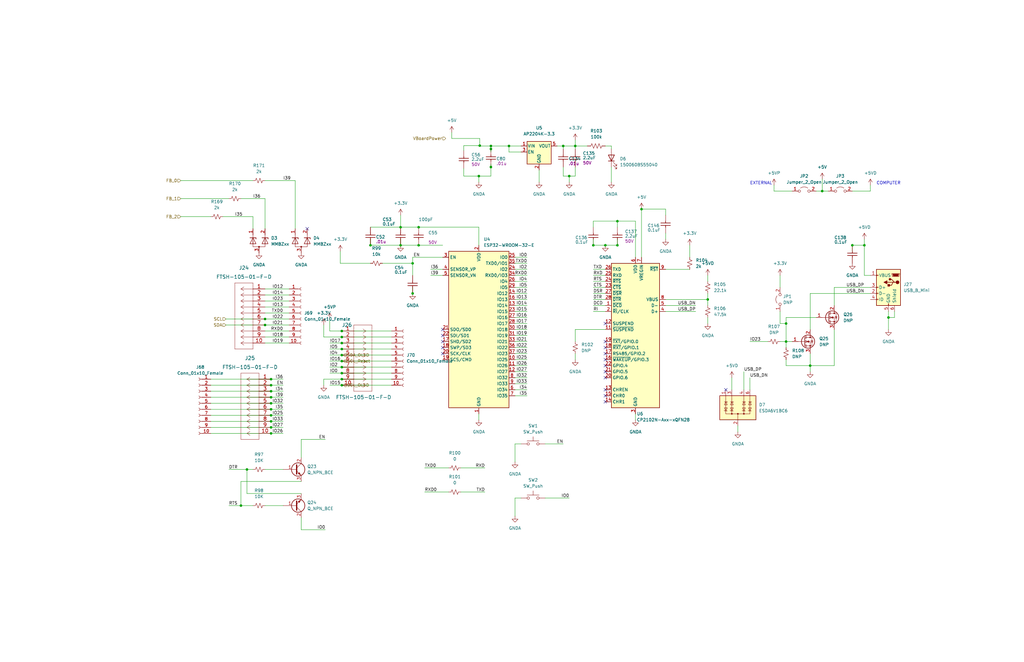
<source format=kicad_sch>
(kicad_sch (version 20230121) (generator eeschema)
  (paper "B")
  (title_block (title "SN-952-A, Charge & Discharge Control") (date "2023-06-28") (rev "PA"))
  (junction (at 240.03 74.295))
  (junction (at 114.3 160.02))
  (junction (at 207.01 61.595))
  (junction (at 144.145 139.7))
  (junction (at 111.76 134.62))
  (junction (at 114.3 172.72))
  (junction (at 114.3 167.64))
  (junction (at 201.93 74.295))
  (junction (at 359.41 103.505))
  (junction (at 104.14 198.12))
  (junction (at 156.21 103.505))
  (junction (at 111.76 137.16))
  (junction (at 168.91 95.885))
  (junction (at 114.3 170.18))
  (junction (at 114.3 165.1))
  (junction (at 144.145 149.86))
  (junction (at 214.63 61.595))
  (junction (at 364.49 103.505))
  (junction (at 144.145 144.78))
  (junction (at 298.45 126.365))
  (junction (at 207.01 70.485))
  (junction (at 374.65 133.985))
  (junction (at 144.145 152.4))
  (junction (at 237.49 61.595))
  (junction (at 114.3 182.88))
  (junction (at 173.99 123.825))
  (junction (at 242.57 61.595))
  (junction (at 173.99 111.125))
  (junction (at 260.35 93.345))
  (junction (at 341.63 154.305))
  (junction (at 207.01 62.865))
  (junction (at 270.51 88.265))
  (junction (at 250.19 103.505))
  (junction (at 346.71 80.645))
  (junction (at 114.3 180.34))
  (junction (at 202.3005 61.4488))
  (junction (at 114.3 162.56))
  (junction (at 144.145 147.32))
  (junction (at 176.53 95.885))
  (junction (at 101.6 213.36))
  (junction (at 331.47 136.525))
  (junction (at 144.145 142.24))
  (junction (at 114.3 177.8))
  (junction (at 144.145 162.56))
  (junction (at 260.35 103.505))
  (junction (at 176.53 103.505))
  (junction (at 144.145 160.02))
  (junction (at 144.145 157.48))
  (junction (at 331.47 144.145))
  (junction (at 255.27 103.505))
  (junction (at 144.145 154.94))
  (junction (at 114.3 175.26))
  (junction (at 168.91 103.505))
  (no_connect (at 255.27 151.765))
  (no_connect (at 255.27 156.845))
  (no_connect (at 186.69 141.605))
  (no_connect (at 255.27 167.005))
  (no_connect (at 186.69 146.685))
  (no_connect (at 255.27 164.465))
  (no_connect (at 186.69 144.145))
  (no_connect (at 255.27 136.525))
  (no_connect (at 255.27 144.145))
  (no_connect (at 186.69 139.065))
  (no_connect (at 306.07 164.465))
  (no_connect (at 129.54 96.52))
  (no_connect (at 186.69 149.225))
  (no_connect (at 255.27 159.385))
  (no_connect (at 255.27 146.685))
  (no_connect (at 255.27 149.225))
  (no_connect (at 255.27 154.305))
  (no_connect (at 255.27 169.545))
  (wire (pts (xy 311.15 179.705) (xy 311.15 182.245)))
  (wire (pts (xy 237.49 61.595) (xy 237.49 62.865)))
  (wire (pts (xy 326.39 78.105) (xy 326.39 80.645)))
  (wire (pts (xy 93.98 91.44) (xy 106.68 91.44)))
  (wire (pts (xy 119.38 177.8) (xy 114.3 177.8)))
  (wire (pts (xy 217.17 128.905) (xy 222.25 128.905)))
  (wire (pts (xy 255.27 103.505) (xy 260.35 103.505)))
  (wire (pts (xy 181.61 116.205) (xy 186.69 116.205)))
  (wire (pts (xy 179.07 197.485) (xy 189.23 197.485)))
  (wire (pts (xy 201.93 103.505) (xy 201.93 95.885)))
  (wire (pts (xy 270.51 108.585) (xy 270.51 88.265)))
  (wire (pts (xy 104.14 208.28) (xy 127 208.28)))
  (wire (pts (xy 88.9 160.02) (xy 114.3 160.02)))
  (wire (pts (xy 229.87 210.185) (xy 240.03 210.185)))
  (wire (pts (xy 88.9 167.64) (xy 114.3 167.64)))
  (wire (pts (xy 219.71 187.325) (xy 217.17 187.325)))
  (wire (pts (xy 165.1 149.86) (xy 144.145 149.86)))
  (wire (pts (xy 217.17 113.665) (xy 222.25 113.665)))
  (wire (pts (xy 217.17 131.445) (xy 222.25 131.445)))
  (wire (pts (xy 328.93 131.445) (xy 328.93 136.525)))
  (wire (pts (xy 111.76 134.62) (xy 121.92 134.62)))
  (wire (pts (xy 104.14 198.12) (xy 104.14 208.28)))
  (wire (pts (xy 364.49 103.505) (xy 364.49 116.205)))
  (wire (pts (xy 76.2 83.82) (xy 96.52 83.82)))
  (wire (pts (xy 217.17 126.365) (xy 222.25 126.365)))
  (wire (pts (xy 316.23 159.385) (xy 316.23 164.465)))
  (wire (pts (xy 331.47 136.525) (xy 331.47 144.145)))
  (wire (pts (xy 377.19 133.985) (xy 374.65 133.985)))
  (wire (pts (xy 101.6 203.2) (xy 101.6 213.36)))
  (wire (pts (xy 201.93 74.295) (xy 207.01 74.295)))
  (wire (pts (xy 351.79 154.305) (xy 341.63 154.305)))
  (wire (pts (xy 168.91 90.805) (xy 168.91 95.885)))
  (wire (pts (xy 111.76 137.16) (xy 121.92 137.16)))
  (wire (pts (xy 217.17 187.325) (xy 217.17 194.945)))
  (wire (pts (xy 127 185.42) (xy 127 193.04)))
  (wire (pts (xy 260.35 103.505) (xy 260.35 100.965)))
  (wire (pts (xy 186.69 108.585) (xy 173.99 108.585)))
  (wire (pts (xy 181.61 113.665) (xy 186.69 113.665)))
  (wire (pts (xy 217.17 141.605) (xy 222.25 141.605)))
  (wire (pts (xy 341.63 123.825) (xy 367.03 123.825)))
  (wire (pts (xy 119.38 170.18) (xy 114.3 170.18)))
  (wire (pts (xy 242.57 61.595) (xy 242.57 62.865)))
  (wire (pts (xy 176.53 103.505) (xy 186.69 103.505)))
  (wire (pts (xy 255.27 113.665) (xy 250.19 113.665)))
  (wire (pts (xy 179.07 207.645) (xy 189.23 207.645)))
  (wire (pts (xy 111.76 132.08) (xy 121.92 132.08)))
  (wire (pts (xy 334.01 80.645) (xy 326.39 80.645)))
  (wire (pts (xy 217.17 139.065) (xy 222.25 139.065)))
  (wire (pts (xy 222.25 154.305) (xy 217.17 154.305)))
  (wire (pts (xy 96.52 213.36) (xy 101.6 213.36)))
  (wire (pts (xy 237.49 70.485) (xy 237.49 74.295)))
  (wire (pts (xy 207.01 70.485) (xy 207.01 69.215)))
  (wire (pts (xy 176.53 95.885) (xy 201.93 95.885)))
  (wire (pts (xy 341.63 154.305) (xy 341.63 149.225)))
  (wire (pts (xy 195.58 71.12) (xy 195.58 74.295)))
  (wire (pts (xy 250.19 131.445) (xy 255.27 131.445)))
  (wire (pts (xy 255.27 128.905) (xy 250.19 128.905)))
  (wire (pts (xy 119.38 160.02) (xy 114.3 160.02)))
  (wire (pts (xy 351.79 121.285) (xy 351.79 128.905)))
  (wire (pts (xy 308.61 159.385) (xy 308.61 164.465)))
  (wire (pts (xy 139.065 147.32) (xy 144.145 147.32)))
  (wire (pts (xy 217.17 118.745) (xy 222.25 118.745)))
  (wire (pts (xy 201.93 76.835) (xy 201.93 74.295)))
  (wire (pts (xy 293.37 131.445) (xy 280.67 131.445)))
  (wire (pts (xy 346.71 75.565) (xy 346.71 80.645)))
  (wire (pts (xy 173.99 111.125) (xy 173.99 116.205)))
  (wire (pts (xy 207.01 74.295) (xy 207.01 70.485)))
  (wire (pts (xy 156.21 103.505) (xy 168.91 103.505)))
  (wire (pts (xy 156.21 100.965) (xy 156.21 103.505)))
  (wire (pts (xy 127 223.52) (xy 137.16 223.52)))
  (wire (pts (xy 119.38 180.34) (xy 114.3 180.34)))
  (wire (pts (xy 222.25 156.845) (xy 217.17 156.845)))
  (wire (pts (xy 165.1 160.02) (xy 144.145 160.02)))
  (wire (pts (xy 168.91 100.965) (xy 168.91 103.505)))
  (wire (pts (xy 267.97 93.345) (xy 267.97 108.585)))
  (wire (pts (xy 139.065 149.86) (xy 144.145 149.86)))
  (wire (pts (xy 95.25 134.62) (xy 111.76 134.62)))
  (wire (pts (xy 217.17 121.285) (xy 222.25 121.285)))
  (wire (pts (xy 111.76 83.82) (xy 111.76 96.52)))
  (wire (pts (xy 374.65 133.985) (xy 374.65 131.445)))
  (wire (pts (xy 219.71 210.185) (xy 217.17 210.185)))
  (wire (pts (xy 111.76 213.36) (xy 119.38 213.36)))
  (wire (pts (xy 202.3005 61.595) (xy 207.01 61.595)))
  (wire (pts (xy 101.6 213.36) (xy 106.68 213.36)))
  (wire (pts (xy 88.9 180.34) (xy 114.3 180.34)))
  (wire (pts (xy 237.49 74.295) (xy 240.03 74.295)))
  (wire (pts (xy 114.3 162.56) (xy 119.38 162.56)))
  (wire (pts (xy 111.76 127) (xy 121.92 127)))
  (wire (pts (xy 364.49 100.965) (xy 364.49 103.505)))
  (wire (pts (xy 136.525 162.56) (xy 136.525 160.02)))
  (wire (pts (xy 139.065 134.62) (xy 139.065 139.7)))
  (wire (pts (xy 222.25 161.925) (xy 217.17 161.925)))
  (wire (pts (xy 111.76 139.7) (xy 121.92 139.7)))
  (wire (pts (xy 139.065 144.78) (xy 144.145 144.78)))
  (wire (pts (xy 217.17 116.205) (xy 222.25 116.205)))
  (wire (pts (xy 173.99 121.285) (xy 173.99 123.825)))
  (wire (pts (xy 195.58 61.4488) (xy 202.3005 61.4488)))
  (wire (pts (xy 255.27 118.745) (xy 250.19 118.745)))
  (wire (pts (xy 88.9 175.26) (xy 114.3 175.26)))
  (wire (pts (xy 222.25 159.385) (xy 217.17 159.385)))
  (wire (pts (xy 88.9 162.56) (xy 114.3 162.56)))
  (wire (pts (xy 88.9 170.18) (xy 114.3 170.18)))
  (wire (pts (xy 217.17 146.685) (xy 222.25 146.685)))
  (wire (pts (xy 250.19 103.505) (xy 255.27 103.505)))
  (wire (pts (xy 201.93 177.165) (xy 201.93 174.625)))
  (wire (pts (xy 161.29 111.125) (xy 173.99 111.125)))
  (wire (pts (xy 207.01 62.865) (xy 207.01 61.595)))
  (wire (pts (xy 242.57 139.065) (xy 242.57 144.145)))
  (wire (pts (xy 190.5 55.88) (xy 190.5 58.42)))
  (wire (pts (xy 165.1 152.4) (xy 144.145 152.4)))
  (wire (pts (xy 217.17 136.525) (xy 222.25 136.525)))
  (wire (pts (xy 111.76 121.92) (xy 121.92 121.92)))
  (wire (pts (xy 270.51 88.265) (xy 280.67 88.265)))
  (wire (pts (xy 190.5 58.42) (xy 202.3005 58.42)))
  (wire (pts (xy 214.63 61.595) (xy 214.63 64.135)))
  (wire (pts (xy 194.31 197.485) (xy 204.47 197.485)))
  (wire (pts (xy 341.63 139.065) (xy 341.63 123.825)))
  (wire (pts (xy 139.065 139.7) (xy 144.145 139.7)))
  (wire (pts (xy 377.19 131.445) (xy 377.19 133.985)))
  (wire (pts (xy 101.6 83.82) (xy 111.76 83.82)))
  (wire (pts (xy 139.065 154.94) (xy 144.145 154.94)))
  (wire (pts (xy 165.1 157.48) (xy 144.145 157.48)))
  (wire (pts (xy 331.47 154.305) (xy 341.63 154.305)))
  (wire (pts (xy 298.45 126.365) (xy 280.67 126.365)))
  (wire (pts (xy 119.38 182.88) (xy 114.3 182.88)))
  (wire (pts (xy 280.67 90.805) (xy 280.67 88.265)))
  (wire (pts (xy 139.065 152.4) (xy 144.145 152.4)))
  (wire (pts (xy 255.27 139.065) (xy 242.57 139.065)))
  (wire (pts (xy 156.21 95.885) (xy 168.91 95.885)))
  (wire (pts (xy 217.17 133.985) (xy 222.25 133.985)))
  (wire (pts (xy 217.17 149.225) (xy 222.25 149.225)))
  (wire (pts (xy 227.33 76.835) (xy 227.33 71.755)))
  (wire (pts (xy 267.97 177.165) (xy 267.97 174.625)))
  (wire (pts (xy 240.03 74.295) (xy 242.57 74.295)))
  (wire (pts (xy 165.1 162.56) (xy 144.145 162.56)))
  (wire (pts (xy 111.76 142.24) (xy 121.92 142.24)))
  (wire (pts (xy 250.19 93.345) (xy 260.35 93.345)))
  (wire (pts (xy 328.93 136.525) (xy 331.47 136.525)))
  (wire (pts (xy 328.93 116.205) (xy 328.93 121.285)))
  (wire (pts (xy 88.9 165.1) (xy 114.3 165.1)))
  (wire (pts (xy 341.63 156.845) (xy 341.63 154.305)))
  (wire (pts (xy 195.58 74.295) (xy 201.93 74.295)))
  (wire (pts (xy 359.41 103.505) (xy 364.49 103.505)))
  (wire (pts (xy 346.71 80.645) (xy 349.25 80.645)))
  (wire (pts (xy 139.065 162.56) (xy 144.145 162.56)))
  (wire (pts (xy 255.27 61.595) (xy 257.81 61.595)))
  (wire (pts (xy 222.25 164.465) (xy 217.17 164.465)))
  (wire (pts (xy 127 185.42) (xy 137.16 185.42)))
  (wire (pts (xy 76.2 91.44) (xy 88.9 91.44)))
  (wire (pts (xy 229.87 187.325) (xy 237.49 187.325)))
  (wire (pts (xy 168.91 95.885) (xy 176.53 95.885)))
  (wire (pts (xy 367.03 78.105) (xy 367.03 80.645)))
  (wire (pts (xy 214.63 64.135) (xy 219.71 64.135)))
  (wire (pts (xy 217.17 111.125) (xy 222.25 111.125)))
  (wire (pts (xy 280.67 113.665) (xy 290.83 113.665)))
  (wire (pts (xy 217.17 123.825) (xy 222.25 123.825)))
  (wire (pts (xy 136.525 142.24) (xy 144.145 142.24)))
  (wire (pts (xy 351.79 139.065) (xy 351.79 154.305)))
  (wire (pts (xy 234.95 61.595) (xy 237.49 61.595)))
  (wire (pts (xy 255.27 121.285) (xy 250.19 121.285)))
  (wire (pts (xy 298.45 123.825) (xy 298.45 126.365)))
  (wire (pts (xy 114.3 175.26) (xy 119.38 175.26)))
  (wire (pts (xy 165.1 147.32) (xy 144.145 147.32)))
  (wire (pts (xy 280.67 98.425) (xy 280.67 100.965)))
  (wire (pts (xy 331.47 144.145) (xy 334.01 144.145)))
  (wire (pts (xy 316.23 144.145) (xy 323.85 144.145)))
  (wire (pts (xy 255.27 126.365) (xy 250.19 126.365)))
  (wire (pts (xy 219.71 61.595) (xy 214.63 61.595)))
  (wire (pts (xy 165.1 142.24) (xy 144.145 142.24)))
  (wire (pts (xy 217.17 144.145) (xy 222.25 144.145)))
  (wire (pts (xy 119.38 172.72) (xy 114.3 172.72)))
  (wire (pts (xy 127 203.2) (xy 101.6 203.2)))
  (wire (pts (xy 257.81 76.835) (xy 257.81 70.485)))
  (wire (pts (xy 367.03 121.285) (xy 351.79 121.285)))
  (wire (pts (xy 242.57 59.055) (xy 242.57 61.595)))
  (wire (pts (xy 127 218.44) (xy 127 223.52)))
  (wire (pts (xy 76.2 76.2) (xy 106.68 76.2)))
  (wire (pts (xy 88.9 182.88) (xy 114.3 182.88)))
  (wire (pts (xy 95.25 137.16) (xy 111.76 137.16)))
  (wire (pts (xy 374.65 139.065) (xy 374.65 133.985)))
  (wire (pts (xy 195.58 63.5) (xy 195.58 61.4488)))
  (wire (pts (xy 111.76 124.46) (xy 121.92 124.46)))
  (wire (pts (xy 313.69 156.845) (xy 313.69 164.465)))
  (wire (pts (xy 359.41 106.045) (xy 359.41 103.505)))
  (wire (pts (xy 111.76 76.2) (xy 124.46 76.2)))
  (wire (pts (xy 202.3005 61.4488) (xy 202.3005 61.595)))
  (wire (pts (xy 104.14 198.12) (xy 106.68 198.12)))
  (wire (pts (xy 217.17 210.185) (xy 217.17 217.805)))
  (wire (pts (xy 298.45 136.525) (xy 298.45 133.985)))
  (wire (pts (xy 165.1 154.94) (xy 144.145 154.94)))
  (wire (pts (xy 331.47 151.765) (xy 331.47 154.305)))
  (wire (pts (xy 136.525 137.16) (xy 136.525 142.24)))
  (wire (pts (xy 331.47 133.985) (xy 331.47 136.525)))
  (wire (pts (xy 331.47 144.145) (xy 331.47 146.685)))
  (wire (pts (xy 111.76 198.12) (xy 119.38 198.12)))
  (wire (pts (xy 194.31 207.645) (xy 204.47 207.645)))
  (wire (pts (xy 217.17 108.585) (xy 222.25 108.585)))
  (wire (pts (xy 111.76 129.54) (xy 121.92 129.54)))
  (wire (pts (xy 139.065 157.48) (xy 144.145 157.48)))
  (wire (pts (xy 260.35 95.885) (xy 260.35 93.345)))
  (wire (pts (xy 237.49 61.595) (xy 242.57 61.595)))
  (wire (pts (xy 290.83 103.505) (xy 290.83 108.585)))
  (wire (pts (xy 255.27 123.825) (xy 250.19 123.825)))
  (wire (pts (xy 143.51 106.045) (xy 143.51 111.125)))
  (wire (pts (xy 298.45 116.205) (xy 298.45 118.745)))
  (wire (pts (xy 124.46 76.2) (xy 124.46 96.52)))
  (wire (pts (xy 257.81 61.595) (xy 257.81 62.865)))
  (wire (pts (xy 119.38 165.1) (xy 114.3 165.1)))
  (wire (pts (xy 359.41 80.645) (xy 367.03 80.645)))
  (wire (pts (xy 119.38 167.64) (xy 114.3 167.64)))
  (wire (pts (xy 88.9 177.8) (xy 114.3 177.8)))
  (wire (pts (xy 242.57 70.485) (xy 242.57 74.295)))
  (wire (pts (xy 242.57 61.595) (xy 247.65 61.595)))
  (wire (pts (xy 344.17 133.985) (xy 331.47 133.985)))
  (wire (pts (xy 328.93 144.145) (xy 331.47 144.145)))
  (wire (pts (xy 217.17 151.765) (xy 222.25 151.765)))
  (wire (pts (xy 88.9 172.72) (xy 114.3 172.72)))
  (wire (pts (xy 136.525 160.02) (xy 144.145 160.02)))
  (wire (pts (xy 165.1 139.7) (xy 144.145 139.7)))
  (wire (pts (xy 242.57 151.765) (xy 242.57 149.225)))
  (wire (pts (xy 165.1 144.78) (xy 144.145 144.78)))
  (wire (pts (xy 168.91 103.505) (xy 176.53 103.505)))
  (wire (pts (xy 293.37 128.905) (xy 280.67 128.905)))
  (wire (pts (xy 222.25 167.005) (xy 217.17 167.005)))
  (wire (pts (xy 250.19 100.965) (xy 250.19 103.505)))
  (wire (pts (xy 106.68 91.44) (xy 106.68 96.52)))
  (wire (pts (xy 111.76 144.78) (xy 121.92 144.78)))
  (wire (pts (xy 260.35 93.345) (xy 267.97 93.345)))
  (wire (pts (xy 255.27 116.205) (xy 250.19 116.205)))
  (wire (pts (xy 207.01 64.135) (xy 207.01 62.865)))
  (wire (pts (xy 173.99 108.585) (xy 173.99 111.125)))
  (wire (pts (xy 344.17 80.645) (xy 346.71 80.645)))
  (wire (pts (xy 240.03 76.835) (xy 240.03 74.295)))
  (wire (pts (xy 202.3005 58.42) (xy 202.3005 61.4488)))
  (wire (pts (xy 367.03 116.205) (xy 364.49 116.205)))
  (wire (pts (xy 143.51 111.125) (xy 156.21 111.125)))
  (wire (pts (xy 250.19 95.885) (xy 250.19 93.345)))
  (wire (pts (xy 96.52 198.12) (xy 104.14 198.12)))
  (wire (pts (xy 298.45 128.905) (xy 298.45 126.365)))
  (wire (pts (xy 207.01 61.595) (xy 214.63 61.595)))
  (text "COMPUTER\n" (at 369.57 78.105 0) (effects (font (size 1.27 1.27)) (justify left bottom)))
  (text "EXTERNAL\n" (at 316.23 78.105 0) (effects (font (size 1.27 1.27)) (justify left bottom)))
  (label "DTR" (at 96.52 198.12 0))
  (label "RTS" (at 96.52 213.36 0))
  (label "DSR" (at 250.19 123.825 0))
  (label "TXD0" (at 119.38 132.08 180))
  (label "IO16" (at 139.065 152.4 0))
  (label "RXD0" (at 119.38 139.7 180))
  (label "IO23" (at 316.23 144.145 0))
  (label "TXD0" (at 222.25 111.125 180))
  (label "IO2" (at 222.25 113.665 180))
  (label "I39" (at 119.38 167.64 180))
  (label "EN" (at 174.3486 108.585 0))
  (label "I34" (at 222.25 164.465 180))
  (label "TXD0" (at 179.07 197.485 0))
  (label "IO25" (at 119.38 175.26 180))
  (label "I36" (at 181.61 113.665 0))
  (label "EN" (at 237.49 187.325 180))
  (label "IO23" (at 222.25 149.225 180))
  (label "IO27" (at 222.25 156.845 180))
  (label "USB_DP" (at 293.37 131.445 180))
  (label "TXD" (at 204.47 207.645 180))
  (label "IO15" (at 139.065 162.56 0))
  (label "IO17" (at 139.065 144.78 0))
  (label "IO13" (at 119.38 129.54 180))
  (label "DTR" (at 250.19 126.365 0))
  (label "IO5" (at 139.065 147.32 0))
  (label "RXD" (at 250.19 116.205 0))
  (label "IO0" (at 137.16 223.52 180))
  (label "IO4" (at 139.065 149.86 0))
  (label "EN" (at 137.16 185.42 180))
  (label "IO0" (at 139.065 157.48 0))
  (label "IO19" (at 119.38 144.78 180))
  (label "IO22" (at 119.38 134.62 180))
  (label "RXD0" (at 222.25 116.205 180))
  (label "IO0" (at 222.25 108.585 180))
  (label "IO19" (at 222.25 141.605 180))
  (label "TXD" (at 250.19 113.665 0))
  (label "IO18" (at 119.38 142.24 180))
  (label "IO2" (at 139.065 154.94 0))
  (label "EN" (at 119.38 162.56 180))
  (label "I34" (at 119.38 165.1 180))
  (label "IO14" (at 119.38 124.46 180))
  (label "I35" (at 99.06 91.44 0))
  (label "IO27" (at 119.38 180.34 180))
  (label "I36" (at 106.68 83.82 0))
  (label "IO5" (at 222.25 121.285 180))
  (label "IO12" (at 119.38 121.92 180))
  (label "IO23" (at 119.38 127 180))
  (label "RXD" (at 204.47 197.485 180))
  (label "RXD0" (at 179.07 207.645 0))
  (label "IO14" (at 222.25 128.905 180))
  (label "I35" (at 222.25 167.005 180))
  (label "IO25" (at 222.25 151.765 180))
  (label "CTS" (at 250.19 121.285 0))
  (label "IO33" (at 119.38 177.8 180))
  (label "IO32" (at 222.25 159.385 180))
  (label "USB_DP" (at 356.87 121.285 0))
  (label "IO33" (at 222.25 161.925 180))
  (label "IO12" (at 222.25 123.825 180))
  (label "IO13" (at 222.25 126.365 180))
  (label "IO26" (at 119.38 182.88 180))
  (label "USB_DN" (at 356.87 123.825 0))
  (label "I39" (at 119.38 76.2 0))
  (label "IO22" (at 222.25 146.685 180))
  (label "IO21" (at 119.38 137.16 180))
  (label "I36" (at 119.38 160.02 180))
  (label "IO26" (at 222.25 154.305 180))
  (label "USB_DN" (at 293.37 128.905 180))
  (label "IO16" (at 222.25 133.985 180))
  (label "IO17" (at 222.25 136.525 180))
  (label "IO4" (at 222.25 118.745 180))
  (label "IO15" (at 222.25 131.445 180))
  (label "RTS" (at 250.19 118.745 0))
  (label "IO0" (at 240.03 210.185 180))
  (label "IO32" (at 119.38 170.18 180))
  (label "IO21" (at 222.25 144.145 180))
  (label "IO18" (at 222.25 139.065 180))
  (label "USB_DP" (at 313.69 156.845 0))
  (label "DCD" (at 250.19 128.905 0))
  (label "I39" (at 181.61 116.205 0))
  (label "USB_DN" (at 316.23 159.385 0))
  (label "RI" (at 250.19 131.445 0))
  (label "I35" (at 119.38 172.72 180))
  (hierarchical_label "VBoardPower" (shape input) (at 187.96 58.42 180))
  (hierarchical_label "FB_2" (shape input) (at 76.2 91.44 180))
  (hierarchical_label "SCL_OLED" (shape input) (at 144.78 162.56 0))
  (hierarchical_label "SDA_OLED" (shape input) (at 144.78 149.86 0))
  (hierarchical_label "FB_0" (shape input) (at 76.2 76.2 180))
  (hierarchical_label "SCL" (shape input) (at 95.25 134.62 180))
  (hierarchical_label "FB_1" (shape input) (at 76.2 83.82 180))
  (hierarchical_label "SDA" (shape input) (at 95.25 137.16 180))
  (hierarchical_label "SCL_Reset" (shape input) (at 144.78 152.4 0))
  (symbol (lib_id "Device:R_Small_US") (at 326.39 144.145 270) (unit 1)
    (property "Reference" "R107" (at 326.39 137.795 90))
    (property "Value" "DNP" (at 326.39 140.335 90))
    (property "Footprint" "Resistor_SMD:R_0402_1005Metric" (effects hide))
    (property "MFG" "Yageo" (effects hide))
  )
  (symbol (lib_id "BCU_AltiumImport-altium-import:0_Cap") (at 195.58 63.5 0) (unit 1)
    (property "Reference" "C56" (at 198.755 66.04 0) (effects (justify left bottom)))
    (property "Value" "2.2uF" (at 198.755 67.945 0) (effects (justify left bottom)))
    (property "Footprint" "Capacitor_SMD:C_0603_1608Metric" (effects hide))
    (property "MANUFACTURER PARTNO" "C2012JB1H155M125AB" (effects hide))
    (property "DIELECTRIC" "JB" (effects hide))
    (property "CAPACITANCE" "1.5uF" (effects hide))
    (property "VOLTAGE" "50V" (at 198.755 70.104 0) (effects (justify left bottom)))
    (property "IDENTIFIER" "1.5uF 50V +/-20% 0805" (effects hide))
    (property "MANUFACTURER" "TDK" (effects hide))
    (property "TOLERANCE" "+/-20%" (effects hide))
    (property "MOUNTING TECHNOLOGY" "SMT" (effects hide))
    (property "MFG" "Murata Electronics" (effects hide))
    (property "Part Name" "GRM188R61H225ME11J" (effects hide))
  )
  (symbol (lib_id "Connector:USB_B_Mini") (at 374.65 121.285 0) (mirror y) (unit 1)
    (property "Reference" "J27" (at 381 120.0149 0) (effects (justify right)))
    (property "Value" "USB_B_Mini" (at 381 122.5549 0) (effects (justify right)))
    (property "Footprint" "Connector_USB:USB_Micro-B_Molex-105017-0001" (effects hide))
  )
  (symbol (lib_id "power:GNDA") (at 242.57 151.765 0) (unit 1)
    (property "Reference" "#PWR0189" (effects hide))
    (property "Value" "GNDA" (at 242.57 156.845 0))
  )
  (symbol (lib_id "BCU_AltiumImport-altium-import:0_Cap") (at 359.41 103.505 0) (unit 1)
    (property "Reference" "C138" (at 351.79 100.965 0) (effects (justify left bottom)))
    (property "Value" "0.1uF" (at 351.79 102.87 0) (effects (justify left bottom)))
    (property "Footprint" "Capacitor_SMD:C_0402_1005Metric" (effects hide))
    (property "MANUFACTURER" "TDK" (effects hide))
    (property "TOLERANCE" "+/-20%" (effects hide))
    (property "MOUNTING TECHNOLOGY" "SMT" (effects hide))
    (property "MFG" "Murata Electronics" (effects hide))
    (property "Part Name" "GRM155R61H104ME14J" (effects hide))
    (property "MFG 2" "Yageo" (effects hide))
    (property "Part Name 2" "CC0402KRX5R9BB104" (effects hide))
  )
  (symbol (lib_id "power:GNDA") (at 240.03 76.835 0) (unit 1)
    (property "Reference" "#PWR0187" (effects hide))
    (property "Value" "GNDA" (at 240.03 81.915 0))
  )
  (symbol (lib_id "power:+3.3V") (at 290.83 103.505 0) (unit 1)
    (property "Reference" "#PWR0193" (effects hide))
    (property "Value" "+3.3V" (at 290.83 98.425 0))
  )
  (symbol (lib_id "power:GNDA") (at 311.15 182.245 0) (unit 1)
    (property "Reference" "#PWR0197" (effects hide))
    (property "Value" "GNDA" (at 311.15 187.325 0))
  )
  (symbol (lib_id "power:+5V") (at 346.71 75.565 0) (unit 1)
    (property "Reference" "#PWR0201" (effects hide))
    (property "Value" "+5V" (at 346.71 70.485 0))
  )
  (symbol (lib_id "power:GNDA") (at 255.27 103.505 0) (unit 1)
    (property "Reference" "#PWR0190" (effects hide))
    (property "Value" "GNDA" (at 255.27 108.585 0))
  )
  (symbol (lib_id "Device:R_Small_US") (at 109.22 76.2 270) (unit 1)
    (property "Reference" "R171" (at 109.22 69.85 90))
    (property "Value" "2k" (at 109.22 72.39 90))
    (property "Footprint" "Resistor_SMD:R_0402_1005Metric" (effects hide))
    (property "MFG" "Yageo" (effects hide))
  )
  (symbol (lib_id "power:GNDA") (at 173.99 123.825 0) (unit 1)
    (property "Reference" "#PWR0180" (effects hide))
    (property "Value" "GNDA" (at 173.99 128.905 0))
  )
  (symbol (lib_id "power:GNDA") (at 280.67 100.965 0) (unit 1)
    (property "Reference" "#PWR0157" (effects hide))
    (property "Value" "GNDA" (at 280.67 106.045 0))
  )
  (symbol (lib_id "power:GNDA") (at 227.33 76.835 0) (unit 1)
    (property "Reference" "#PWR0186" (effects hide))
    (property "Value" "GNDA" (at 227.33 81.915 0))
  )
  (symbol (lib_id "Device:R_Small_US") (at 109.22 213.36 90) (unit 1)
    (property "Reference" "R98" (at 109.22 207.01 90))
    (property "Value" "10K" (at 109.22 209.55 90))
    (property "Footprint" "Resistor_SMD:R_0402_1005Metric" (effects hide))
    (property "MFG" "Yageo" (effects hide))
  )
  (symbol (lib_id "Device:Q_NMOS_GDS") (at 349.25 133.985 0) (unit 1)
    (property "Reference" "Q26" (at 355.6 132.7149 0) (effects (justify left)))
    (property "Value" "DNP" (at 355.6 135.2549 0) (effects (justify left)))
    (property "Footprint" "Package_DFN_QFN:SSM6K513NU_LF" (effects hide))
  )
  (symbol (lib_id "power:+3.3V") (at 136.525 137.16 0) (unit 1)
    (property "Reference" "#PWR0176" (effects hide))
    (property "Value" "+3.3V" (at 136.525 132.08 0))
  )
  (symbol (lib_id "Device:R_Small_US") (at 290.83 111.125 180) (unit 1)
    (property "Reference" "R104" (at 293.37 109.8549 0) (effects (justify right)))
    (property "Value" "2k" (at 293.37 112.3949 0) (effects (justify right)))
    (property "Footprint" "Resistor_SMD:R_0402_1005Metric" (effects hide))
    (property "MFG" "Yageo" (effects hide))
  )
  (symbol (lib_id "power:+5VD") (at 364.49 100.965 0) (unit 1)
    (property "Reference" "#PWR0203" (effects hide))
    (property "Value" "+5VD" (at 364.49 95.885 0))
  )
  (symbol (lib_id "power:+3.3V") (at 168.91 90.805 0) (unit 1)
    (property "Reference" "#PWR0178" (effects hide))
    (property "Value" "+3.3V" (at 168.91 85.725 0))
  )
  (symbol (lib_id "power:GNDA") (at 217.17 194.945 0) (unit 1)
    (property "Reference" "#PWR0184" (effects hide))
    (property "Value" "GNDA" (at 217.17 200.025 0))
  )
  (symbol (lib_id "Device:R_Small_US") (at 331.47 149.225 180) (unit 1)
    (property "Reference" "R108" (at 334.01 147.9549 0) (effects (justify right)))
    (property "Value" "DNP" (at 334.01 150.4949 0) (effects (justify right)))
    (property "Footprint" "Resistor_SMD:R_0402_1005Metric" (effects hide))
    (property "MFG" "Yageo" (effects hide))
  )
  (symbol (lib_id "power:GNDA") (at 298.45 136.525 0) (unit 1)
    (property "Reference" "#PWR0195" (effects hide))
    (property "Value" "GNDA" (at 298.45 141.605 0))
  )
  (symbol (lib_id "BCU_AltiumImport-altium-import:0_Cap") (at 207.01 62.865 0) (unit 1)
    (property "Reference" "C80" (at 209.296 67.691 0) (effects (justify left bottom)))
    (property "Value" "10n" (effects hide))
    (property "Footprint" "Capacitor_SMD:C_0402_1005Metric" (effects hide))
    (property "DIELECTRIC" "X7R" (effects hide))
    (property "CAPACITANCE" ".01u" (at 209.296 69.723 0) (effects (justify left bottom)))
    (property "IDENTIFIER" "1uF 100V +/-5% " (effects hide))
    (property "MFG" "Murata Electronics" (effects hide))
    (property "Part Name" "GCM155R71H103KA55D" (effects hide))
  )
  (symbol (lib_id "Device:R_Small_US") (at 91.44 91.44 270) (unit 1)
    (property "Reference" "R169" (at 91.44 85.09 90))
    (property "Value" "2k" (at 91.44 87.63 90))
    (property "Footprint" "Resistor_SMD:R_0402_1005Metric" (effects hide))
    (property "MFG" "Yageo" (effects hide))
  )
  (symbol (lib_id "Power_Protection:ESDA6V1BC6") (at 311.15 172.085 0) (unit 1)
    (property "Reference" "D7" (at 320.04 170.8149 0) (effects (justify left)))
    (property "Value" "ESDA6V1BC6" (at 320.04 173.3549 0) (effects (justify left)))
    (property "Footprint" "Package_TO_SOT_SMD:SOT-23-6" (effects hide))
    (property "Datasheet" "http://www.st.com/content/ccc/resource/technical/document/datasheet/21/07/21/e3/a8/df/42/a2/CD00001906.pdf/files/CD00001906.pdf/jcr:content/translations/en.CD00001906.pdf" (effects hide))
    (property "MFG" "STMicroelectronics" (effects hide))
    (property "Part Name" "ESDA6V1BC6" (effects hide))
  )
  (symbol (lib_id "BCU_AltiumImport-altium-import:0_Cap") (at 237.49 62.865 0) (unit 1)
    (property "Reference" "C134" (at 239.776 67.691 0) (effects (justify left bottom)))
    (property "Value" "10n" (effects hide))
    (property "Footprint" "Capacitor_SMD:C_0402_1005Metric" (effects hide))
    (property "DIELECTRIC" "X7R" (effects hide))
    (property "CAPACITANCE" ".01u" (at 239.776 69.723 0) (effects (justify left bottom)))
    (property "IDENTIFIER" "1uF 100V +/-5% " (effects hide))
    (property "MFG" "Murata Electronics" (effects hide))
    (property "Part Name" "GCM155R71H103KA55D" (effects hide))
  )
  (symbol (lib_id "Device:R_Small_US") (at 298.45 121.285 180) (unit 1)
    (property "Reference" "R105" (at 300.99 120.0149 0) (effects (justify right)))
    (property "Value" "22.1k" (at 300.99 122.5549 0) (effects (justify right)))
    (property "Footprint" "Resistor_SMD:R_0402_1005Metric" (effects hide))
    (property "MFG" "Yageo" (effects hide))
  )
  (symbol (lib_id "Device:R_Small_US") (at 158.75 111.125 90) (unit 1)
    (property "Reference" "R99" (at 158.75 104.775 90))
    (property "Value" "10k" (at 158.75 107.315 90))
    (property "Footprint" "Resistor_SMD:R_0402_1005Metric" (effects hide))
    (property "MFG" "Yageo" (effects hide))
  )
  (symbol (lib_id "power:+3.3V") (at 143.51 106.045 0) (unit 1)
    (property "Reference" "#PWR041" (effects hide))
    (property "Value" "+3.3V" (at 143.51 100.965 0))
  )
  (symbol (lib_id "power:GNDA") (at 359.41 111.125 0) (unit 1)
    (property "Reference" "#PWR0202" (effects hide))
    (property "Value" "GNDA" (at 359.41 116.205 0))
  )
  (symbol (lib_id "BCU_AltiumImport-altium-import:0_Cap") (at 242.57 62.865 0) (unit 1)
    (property "Reference" "C135" (at 245.745 65.405 0) (effects (justify left bottom)))
    (property "Value" "2.2uF" (at 245.745 67.31 0) (effects (justify left bottom)))
    (property "Footprint" "Capacitor_SMD:C_0603_1608Metric" (effects hide))
    (property "MANUFACTURER PARTNO" "C2012JB1H155M125AB" (effects hide))
    (property "DIELECTRIC" "JB" (effects hide))
    (property "CAPACITANCE" "1.5uF" (effects hide))
    (property "VOLTAGE" "50V" (at 245.745 69.469 0) (effects (justify left bottom)))
    (property "IDENTIFIER" "1.5uF 50V +/-20% 0805" (effects hide))
    (property "MANUFACTURER" "TDK" (effects hide))
    (property "TOLERANCE" "+/-20%" (effects hide))
    (property "MOUNTING TECHNOLOGY" "SMT" (effects hide))
    (property "MFG" "Murata Electronics" (effects hide))
    (property "Part Name" "GRM188R61H225ME11J" (effects hide))
  )
  (symbol (lib_id "power:+3.3V") (at 242.57 59.055 0) (unit 1)
    (property "Reference" "#PWR0188" (effects hide))
    (property "Value" "+3.3V" (at 242.57 53.975 0))
  )
  (symbol (lib_id "power:GNDA") (at 374.65 139.065 0) (unit 1)
    (property "Reference" "#PWR0205" (effects hide))
    (property "Value" "GNDA" (at 374.65 144.145 0))
  )
  (symbol (lib_id "RF_Module:ESP32-WROOM-32") (at 201.93 139.065 0) (unit 1)
    (property "Reference" "U4" (at 203.9494 100.965 0) (effects (justify left)))
    (property "Value" "ESP32-WROOM-32-E" (at 203.9494 103.505 0) (effects (justify left)))
    (property "Footprint" "RF_Module:ESP32-WROOM-32" (effects hide))
    (property "Datasheet" "https://www.espressif.com/sites/default/files/documentation/esp32-wroom-32_datasheet_en.pdf" (effects hide))
  )
  (symbol (lib_id "Device:R_Small_US") (at 191.77 197.485 90) (unit 1)
    (property "Reference" "R100" (at 191.77 191.135 90))
    (property "Value" "0" (at 191.77 193.675 90))
    (property "Footprint" "Resistor_SMD:R_0402_1005Metric" (effects hide))
    (property "MFG" "Yageo" (effects hide))
  )
  (symbol (lib_id "power:GNDA") (at 267.97 177.165 0) (unit 1)
    (property "Reference" "#PWR0192" (effects hide))
    (property "Value" "GNDA" (at 267.97 182.245 0))
  )
  (symbol (lib_id "Connector:Conn_01x10_Female") (at 170.18 149.86 0) (unit 1)
    (property "Reference" "J70" (at 171.45 149.8599 0) (effects (justify left)))
    (property "Value" "Conn_01x10_Female" (at 171.45 152.3999 0) (effects (justify left)))
    (property "Footprint" "Connector_Samtec:CLP-105-02-L-D" (effects hide))
    (property "MFG" "Samtec" (effects hide))
    (property "Part Name" "CLP-105-02-L-D" (effects hide))
  )
  (symbol (lib_id "BCU_AltiumImport-altium-import:0_Cap") (at 250.19 95.885 0) (unit 1)
    (property "Reference" "C136" (at 242.57 100.965 0) (effects (justify left bottom)))
    (property "Value" "0.1uF" (at 242.57 102.87 0) (effects (justify left bottom)))
    (property "Footprint" "Capacitor_SMD:C_0402_1005Metric" (effects hide))
    (property "MANUFACTURER" "TDK" (effects hide))
    (property "TOLERANCE" "+/-20%" (effects hide))
    (property "MOUNTING TECHNOLOGY" "SMT" (effects hide))
    (property "MFG" "Murata Electronics" (effects hide))
    (property "Part Name" "GRM155R61H104ME14J" (effects hide))
    (property "MFG 2" "Yageo" (effects hide))
    (property "Part Name 2" "CC0402KRX5R9BB104" (effects hide))
  )
  (symbol (lib_id "Device:R_Small_US") (at 191.77 207.645 90) (unit 1)
    (property "Reference" "R101" (at 191.77 201.1875 90))
    (property "Value" "0" (at 191.77 203.7275 90))
    (property "Footprint" "Resistor_SMD:R_0402_1005Metric" (effects hide))
    (property "MFG" "Yageo" (effects hide))
  )
  (symbol (lib_id "BCU_AltiumImport-altium-import:0_Cap") (at 168.91 95.885 0) (unit 1)
    (property "Reference" "C53" (at 161.29 93.345 0) (effects (justify left bottom)))
    (property "Value" "0.1uF" (at 161.29 95.25 0) (effects (justify left bottom)))
    (property "Footprint" "Capacitor_SMD:C_0402_1005Metric" (effects hide))
    (property "MANUFACTURER" "TDK" (effects hide))
    (property "TOLERANCE" "+/-20%" (effects hide))
    (property "MOUNTING TECHNOLOGY" "SMT" (effects hide))
    (property "MFG" "Murata Electronics" (effects hide))
    (property "Part Name" "GRM155R61H104ME14J" (effects hide))
    (property "MFG 2" "Yageo" (effects hide))
    (property "Part Name 2" "CC0402KRX5R9BB104" (effects hide))
  )
  (symbol (lib_id "power:GNDA") (at 201.93 177.165 0) (unit 1)
    (property "Reference" "#PWR0182" (effects hide))
    (property "Value" "GNDA" (at 201.93 182.245 0))
  )
  (symbol (lib_id "Device:R_US") (at 251.46 61.595 90) (unit 1)
    (property "Reference" "R103" (at 251.46 55.245 90))
    (property "Value" "100k" (at 251.46 57.785 90))
    (property "Footprint" "Resistor_SMD:R_0402_1005Metric" (effects hide))
    (property "Part Name" "RT0402DRE07100KL" (effects hide))
    (property "MFG" "Yageo" (effects hide))
  )
  (symbol (lib_id "power:+3.3V") (at 328.93 116.205 0) (unit 1)
    (property "Reference" "#PWR0199" (effects hide))
    (property "Value" "+3.3V" (at 328.93 111.125 0))
  )
  (symbol (lib_id "power:GNDA") (at 217.17 217.805 0) (unit 1)
    (property "Reference" "#PWR0185" (effects hide))
    (property "Value" "GNDA" (at 217.17 222.885 0))
  )
  (symbol (lib_id "Jumper:Jumper_2_Open") (at 354.33 80.645 0) (unit 1)
    (property "Reference" "JP3" (at 354.33 74.295 0))
    (property "Value" "Jumper_2_Open" (at 354.33 76.835 0))
    (property "Footprint" "Connector_PinHeader_2.54mm:PinHeader_1x02_P2.54mm_Vertical" (effects hide))
    (property "MFG" "TE" (effects hide))
    (property "Part Name" "9-146285-0-02" (effects hide))
  )
  (symbol (lib_id "Device:Q_NPN_BCE") (at 124.46 198.12 0) (unit 1)
    (property "Reference" "Q23" (at 129.54 196.8499 0) (effects (justify left)))
    (property "Value" "Q_NPN_BCE" (at 129.54 199.3899 0) (effects (justify left)))
    (property "Footprint" "Package_TO_SOT_SMD:SOT-23" (effects hide))
    (property "MFG" "Onsemi" (effects hide))
    (property "Part Name" "NSVBC848CLT1G" (effects hide))
  )
  (symbol (lib_id "Device:LED") (at 257.81 66.675 90) (unit 1)
    (property "Reference" "D6" (at 261.366 66.9924 90) (effects (justify right)))
    (property "Value" "150060BS55040" (at 261.366 69.5324 90) (effects (justify right)))
    (property "Footprint" "Resistor_SMD:R_0805_2012Metric" (effects hide))
    (property "Part Name" "150060BS55040" (effects hide))
    (property "MFG" "urth Elektronik" (effects hide))
  )
  (symbol (lib_id "power:GNDA") (at 341.63 156.845 0) (unit 1)
    (property "Reference" "#PWR0200" (effects hide))
    (property "Value" "GNDA" (at 341.63 161.925 0))
  )
  (symbol (lib_id "BCU_AltiumImport-altium-import:0_Cap") (at 176.53 95.885 0) (unit 1)
    (property "Reference" "C55" (at 180.594 98.933 0) (effects (justify left bottom)))
    (property "Value" "100pF" (at 176.53 93.345 0) (effects (justify left bottom)))
    (property "Footprint" "Capacitor_SMD:C_0402_1005Metric" (effects hide))
    (property "CAPACITANCE" "220pF" (effects hide))
    (property "VOLTAGE" "50V" (at 180.594 102.997 0) (effects (justify left bottom)))
    (property "IDENTIFIER" "220pF 50V +/-5% 0603 COG" (effects hide))
    (property "MOUNTING TECHNOLOGY" "SMT" (effects hide))
    (property "ROHS" "YES" (effects hide))
    (property "MFG" "Murata Electronics" (effects hide))
    (property "Part Name" "GRT1555C1H101JA02D" (effects hide))
  )
  (symbol (lib_id "Connector:FTSH-105-01-F-D") (at 144.145 139.7 0) (unit 1)
    (property "Reference" "J26" (at 144.145 137.16 0) (effects (font (size 1.524 1.524)) (justify left)))
    (property "Value" "FTSH-105-01-F-D" (at 141.605 167.64 0) (effects (font (size 1.524 1.524)) (justify left)))
    (property "Footprint" "Connector_Samtec:FTSH-105-01-F-D" (effects hide))
  )
  (symbol (lib_id "Switch:SW_Push") (at 224.79 187.325 0) (unit 1)
    (property "Reference" "SW1" (at 224.79 179.705 0))
    (property "Value" "SW_Push" (at 224.79 182.245 0))
    (property "Footprint" "Button_Switch_SMD:SW_Push_1P1T_NO_Vertical_Wuerth_434133025816" (effects hide))
    (property "MFG" "Wuerth" (effects hide))
    (property "Part Name" "434133025816" (effects hide))
  )
  (symbol (lib_id "Connector:FTSH-105-01-F-D") (at 111.76 121.92 0) (mirror y) (unit 1)
    (property "Reference" "J24" (at 102.87 113.03 0) (effects (font (size 1.524 1.524))))
    (property "Value" "FTSH-105-01-F-D" (at 102.87 116.84 0) (effects (font (size 1.524 1.524))))
    (property "Footprint" "Connector_Samtec:FTSH-105-01-F-D" (effects hide))
  )
  (symbol (lib_id "power:+5V") (at 190.5 55.88 0) (unit 1)
    (property "Reference" "#PWR0326" (effects hide))
    (property "Value" "+5V" (at 190.5 50.8 0))
  )
  (symbol (lib_id "Jumper:Jumper_2_Open") (at 339.09 80.645 0) (unit 1)
    (property "Reference" "JP2" (at 339.09 74.295 0))
    (property "Value" "Jumper_2_Open" (at 339.09 76.835 0))
    (property "Footprint" "Connector_PinHeader_2.54mm:PinHeader_1x02_P2.54mm_Vertical" (effects hide))
    (property "MFG" "TE" (effects hide))
    (property "Part Name" "9-146285-0-02" (effects hide))
  )
  (symbol (lib_id "Connector:Conn_01x10_Female") (at 83.82 170.18 0) (mirror y) (unit 1)
    (property "Reference" "J68" (at 84.455 154.94 0))
    (property "Value" "Conn_01x10_Female" (at 84.455 157.48 0))
    (property "Footprint" "Connector_Samtec:CLP-105-02-L-D" (effects hide))
    (property "MFG" "Samtec" (effects hide))
    (property "Part Name" "CLP-105-02-L-D" (effects hide))
  )
  (symbol (lib_id "BCU_AltiumImport-altium-import:0_Cap") (at 280.67 90.805 0) (unit 1)
    (property "Reference" "C146" (at 273.05 95.885 0) (effects (justify left bottom)))
    (property "Value" "0.1uF" (at 273.05 97.79 0) (effects (justify left bottom)))
    (property "Footprint" "Capacitor_SMD:C_0402_1005Metric" (effects hide))
    (property "MANUFACTURER" "TDK" (effects hide))
    (property "TOLERANCE" "+/-20%" (effects hide))
    (property "MOUNTING TECHNOLOGY" "SMT" (effects hide))
    (property "MFG" "Murata Electronics" (effects hide))
    (property "Part Name" "GRM155R61H104ME14J" (effects hide))
    (property "MFG 2" "Yageo" (effects hide))
    (property "Part Name 2" "CC0402KRX5R9BB104" (effects hide))
  )
  (symbol (lib_id "Regulator_Linear:AP2204K-3.3") (at 227.33 64.135 0) (unit 1)
    (property "Reference" "U5" (at 227.33 53.975 0))
    (property "Value" "AP2204K-3.3" (at 227.33 56.515 0))
    (property "Footprint" "Package_TO_SOT_SMD:SOT-23-5" (effects hide))
    (property "Datasheet" "https://www.diodes.com/assets/Datasheets/AP2204.pdf" (effects hide))
  )
  (symbol (lib_id "Connector:FTSH-105-01-F-D") (at 114.3 160.02 0) (mirror y) (unit 1)
    (property "Reference" "J25" (at 105.41 151.13 0) (effects (font (size 1.524 1.524))))
    (property "Value" "FTSH-105-01-F-D" (at 105.41 154.94 0) (effects (font (size 1.524 1.524))))
    (property "Footprint" "Connector_Samtec:FTSH-105-01-F-D" (effects hide))
  )
  (symbol (lib_id "BCU_AltiumImport-altium-import:0_Cap") (at 156.21 95.885 0) (unit 1)
    (property "Reference" "C52" (at 158.496 100.711 0) (effects (justify left bottom)))
    (property "Value" "10n" (effects hide))
    (property "Footprint" "Capacitor_SMD:C_0402_1005Metric" (effects hide))
    (property "DIELECTRIC" "X7R" (effects hide))
    (property "CAPACITANCE" ".01u" (at 158.496 102.743 0) (effects (justify left bottom)))
    (property "IDENTIFIER" "1uF 100V +/-5% " (effects hide))
    (property "MFG" "Murata Electronics" (effects hide))
    (property "Part Name" "GCM155R71H103KA55D" (effects hide))
  )
  (symbol (lib_id "Device:Q_NPN_BCE") (at 124.46 213.36 0) (mirror x) (unit 1)
    (property "Reference" "Q24" (at 129.54 212.0899 0) (effects (justify left)))
    (property "Value" "Q_NPN_BCE" (at 129.54 214.6299 0) (effects (justify left)))
    (property "Footprint" "Package_TO_SOT_SMD:SOT-23" (effects hide))
    (property "MFG" "Onsemi" (effects hide))
    (property "Part Name" "NSVBC848CLT1G" (effects hide))
  )
  (symbol (lib_id "Device:R_Small_US") (at 99.06 83.82 270) (unit 1)
    (property "Reference" "R170" (at 99.06 77.47 90))
    (property "Value" "2k" (at 99.06 80.01 90))
    (property "Footprint" "Resistor_SMD:R_0402_1005Metric" (effects hide))
    (property "MFG" "Yageo" (effects hide))
  )
  (symbol (lib_id "power:GNDA") (at 127 106.68 0) (unit 1)
    (property "Reference" "#PWR0231" (effects hide))
    (property "Value" "GNDA" (at 127 111.76 0))
  )
  (symbol (lib_id "Device:R_Small_US") (at 242.57 146.685 180) (unit 1)
    (property "Reference" "R102" (at 245.11 145.4149 0) (effects (justify right)))
    (property "Value" "DNP" (at 245.11 147.9549 0) (effects (justify right)))
    (property "Footprint" "Resistor_SMD:R_0402_1005Metric" (effects hide))
    (property "MFG" "Yageo" (effects hide))
  )
  (symbol (lib_id "Device:R_Small_US") (at 298.45 131.445 180) (unit 1)
    (property "Reference" "R106" (at 300.99 130.1749 0) (effects (justify right)))
    (property "Value" "47.5k" (at 300.99 132.7149 0) (effects (justify right)))
    (property "Footprint" "Resistor_SMD:R_0402_1005Metric" (effects hide))
    (property "MFG" "Yageo" (effects hide))
  )
  (symbol (lib_id "Jumper:Jumper_2_Open") (at 328.93 126.365 90) (unit 1)
    (property "Reference" "JP1" (at 330.2 125.0949 90) (effects (justify right)))
    (property "Value" "DNP" (at 330.2 127.6349 90) (effects (justify right)))
    (property "Footprint" "Connector_PinHeader_2.54mm:PinHeader_1x02_P2.54mm_Vertical" (effects hide))
    (property "MFG" "TE" (effects hide))
    (property "Part Name" "9-146285-0-02" (effects hide))
  )
  (symbol (lib_id "power:+5VP") (at 326.39 78.105 0) (unit 1)
    (property "Reference" "#PWR0198" (effects hide))
    (property "Value" "+5VP" (at 326.39 73.025 0))
  )
  (symbol (lib_id "power:+5VP") (at 139.065 134.62 0) (unit 1)
    (property "Reference" "#PWR0177" (effects hide))
    (property "Value" "+5VP" (at 139.065 129.54 0))
  )
  (symbol (lib_id "BCU_AltiumImport-altium-import:0_Cap") (at 173.99 116.205 0) (unit 1)
    (property "Reference" "C54" (at 166.37 113.665 0) (effects (justify left bottom)))
    (property "Value" "0.1uF" (at 166.37 115.57 0) (effects (justify left bottom)))
    (property "Footprint" "Capacitor_SMD:C_0402_1005Metric" (effects hide))
    (property "MANUFACTURER" "TDK" (effects hide))
    (property "TOLERANCE" "+/-20%" (effects hide))
    (property "MOUNTING TECHNOLOGY" "SMT" (effects hide))
    (property "MFG" "Murata Electronics" (effects hide))
    (property "Part Name" "GRM155R61H104ME14J" (effects hide))
    (property "MFG 2" "Yageo" (effects hide))
    (property "Part Name 2" "CC0402KRX5R9BB104" (effects hide))
  )
  (symbol (lib_id "Connector:Conn_01x10_Female") (at 127 132.08 0) (unit 1)
    (property "Reference" "J69" (at 128.27 132.0799 0) (effects (justify left)))
    (property "Value" "Conn_01x10_Female" (at 128.27 134.6199 0) (effects (justify left)))
    (property "Footprint" "Connector_Samtec:CLP-105-02-L-D" (effects hide))
    (property "MFG" "Samtec" (effects hide))
    (property "Part Name" "CLP-105-02-L-D" (effects hide))
  )
  (symbol (lib_id "Device:Q_NMOS_GDS") (at 339.09 144.145 0) (unit 1)
    (property "Reference" "Q25" (at 345.44 142.8749 0) (effects (justify left)))
    (property "Value" "DNP" (at 345.44 145.4149 0) (effects (justify left)))
    (property "Footprint" "Package_DFN_QFN:SSM6K513NU_LF" (effects hide))
  )
  (symbol (lib_id "power:+5VD") (at 308.61 159.385 0) (unit 1)
    (property "Reference" "#PWR0196" (effects hide))
    (property "Value" "+5VD" (at 308.61 154.305 0))
  )
  (symbol (lib_id "Diode:MMBZxx") (at 109.22 101.6 0) (unit 1)
    (property "Reference" "D3" (at 114.3 100.4569 0) (effects (justify left)))
    (property "Value" "MMBZxx" (at 114.3 102.9969 0) (effects (justify left)))
    (property "Footprint" "Package_TO_SOT_SMD:SOT-23" (effects hide))
    (property "Datasheet" "http://www.onsemi.com/pub/Collateral/MMBZ5V6ALT1-D.PDF" (effects hide))
  )
  (symbol (lib_id "Interface_USB:CP2102N-Axx-xQFN28") (at 267.97 141.605 0) (mirror y) (unit 1)
    (property "Reference" "U6" (at 268.4906 174.625 0) (effects (justify right)))
    (property "Value" "CP2102N-Axx-xQFN28" (at 268.4906 177.165 0) (effects (justify right)))
    (property "Footprint" "Package_DFN_QFN:QFN-28-1EP_5x5mm_P0.5mm_EP3.35x3.35mm" (effects hide))
    (property "Datasheet" "https://www.silabs.com/documents/public/data-sheets/cp2102n-datasheet.pdf" (effects hide))
    (property "Part Name" "CP2102N-A02-GQFN28" (effects hide))
    (property "MFG" "Silicon Labs" (effects hide))
  )
  (symbol (lib_id "BCU_AltiumImport-altium-import:0_Cap") (at 260.35 95.885 0) (unit 1)
    (property "Reference" "C137" (at 263.525 98.425 0) (effects (justify left bottom)))
    (property "Value" "2.2uF" (at 263.525 100.33 0) (effects (justify left bottom)))
    (property "Footprint" "Capacitor_SMD:C_0603_1608Metric" (effects hide))
    (property "MANUFACTURER PARTNO" "C2012JB1H155M125AB" (effects hide))
    (property "DIELECTRIC" "JB" (effects hide))
    (property "CAPACITANCE" "1.5uF" (effects hide))
    (property "VOLTAGE" "50V" (at 263.525 102.489 0) (effects (justify left bottom)))
    (property "IDENTIFIER" "1.5uF 50V +/-20% 0805" (effects hide))
    (property "MANUFACTURER" "TDK" (effects hide))
    (property "TOLERANCE" "+/-20%" (effects hide))
    (property "MOUNTING TECHNOLOGY" "SMT" (effects hide))
    (property "MFG" "Murata Electronics" (effects hide))
    (property "Part Name" "GRM188R61H225ME11J" (effects hide))
  )
  (symbol (lib_id "Diode:MMBZxx") (at 127 101.6 0) (unit 1)
    (property "Reference" "D4" (at 132.08 100.4569 0) (effects (justify left)))
    (property "Value" "MMBZxx" (at 132.08 102.9969 0) (effects (justify left)))
    (property "Footprint" "Package_TO_SOT_SMD:SOT-23" (effects hide))
    (property "Datasheet" "http://www.onsemi.com/pub/Collateral/MMBZ5V6ALT1-D.PDF" (effects hide))
  )
  (symbol (lib_id "Device:R_Small_US") (at 109.22 198.12 90) (unit 1)
    (property "Reference" "R97" (at 109.22 191.77 90))
    (property "Value" "10K" (at 109.22 194.31 90))
    (property "Footprint" "Resistor_SMD:R_0402_1005Metric" (effects hide))
    (property "MFG" "Yageo" (effects hide))
  )
  (symbol (lib_id "power:GNDA") (at 168.91 103.505 0) (unit 1)
    (property "Reference" "#PWR0179" (effects hide))
    (property "Value" "GNDA" (at 168.91 108.585 0))
  )
  (symbol (lib_id "power:GNDA") (at 136.525 162.56 0) (unit 1)
    (property "Reference" "#PWR0251" (effects hide))
    (property "Value" "GNDA" (at 136.525 167.64 0))
  )
  (symbol (lib_id "power:+5VD") (at 367.03 78.105 0) (unit 1)
    (property "Reference" "#PWR0204" (effects hide))
    (property "Value" "+5VD" (at 367.03 73.025 0))
  )
  (symbol (lib_id "power:+5V") (at 270.51 88.265 0) (unit 1)
    (property "Reference" "#PWR0156" (effects hide))
    (property "Value" "+5V" (at 270.51 83.185 0))
  )
  (symbol (lib_id "power:GNDA") (at 109.22 106.68 0) (unit 1)
    (property "Reference" "#PWR0230" (effects hide))
    (property "Value" "GNDA" (at 109.22 111.76 0))
  )
  (symbol (lib_id "power:GNDA") (at 257.81 76.835 0) (unit 1)
    (property "Reference" "#PWR0191" (effects hide))
    (property "Value" "GNDA" (at 257.81 81.915 0))
  )
  (symbol (lib_id "Switch:SW_Push") (at 224.79 210.185 0) (unit 1)
    (property "Reference" "SW2" (at 224.79 202.565 0))
    (property "Value" "SW_Push" (at 224.79 205.105 0))
    (property "Footprint" "Button_Switch_SMD:SW_Push_1P1T_NO_Vertical_Wuerth_434133025816" (effects hide))
    (property "MFG" "Wuerth" (effects hide))
    (property "Part Name" "434133025816" (effects hide))
  )
  (symbol (lib_id "power:GNDA") (at 201.93 76.835 0) (unit 1)
    (property "Reference" "#PWR0181" (effects hide))
    (property "Value" "GNDA" (at 201.93 81.915 0))
  )
  (symbol (lib_id "power:+5VD") (at 298.45 116.205 0) (unit 1)
    (property "Reference" "#PWR0194" (effects hide))
    (property "Value" "+5VD" (at 298.45 111.125 0))
  )
)
</source>
